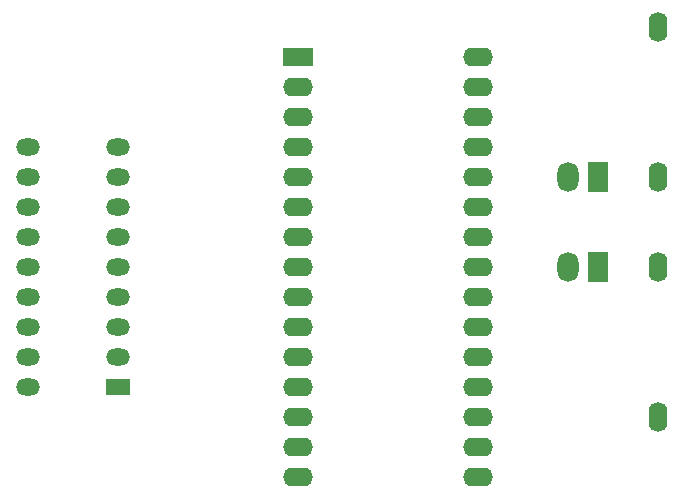
<source format=gbs>
G04 #@! TF.GenerationSoftware,KiCad,Pcbnew,6.0.2+dfsg-1*
G04 #@! TF.CreationDate,2025-06-03T01:46:34+02:00*
G04 #@! TF.ProjectId,ramtest2114,72616d74-6573-4743-9231-31342e6b6963,rev?*
G04 #@! TF.SameCoordinates,Original*
G04 #@! TF.FileFunction,Soldermask,Bot*
G04 #@! TF.FilePolarity,Negative*
%FSLAX46Y46*%
G04 Gerber Fmt 4.6, Leading zero omitted, Abs format (unit mm)*
G04 Created by KiCad (PCBNEW 6.0.2+dfsg-1) date 2025-06-03 01:46:34*
%MOMM*%
%LPD*%
G01*
G04 APERTURE LIST*
%ADD10R,2.000000X1.440000*%
%ADD11O,2.000000X1.440000*%
%ADD12O,1.600000X2.540000*%
%ADD13R,1.800000X2.540000*%
%ADD14O,1.800000X2.540000*%
%ADD15R,2.540000X1.600000*%
%ADD16O,2.540000X1.600000*%
G04 APERTURE END LIST*
D10*
X50800000Y-86360000D03*
D11*
X50800000Y-83820000D03*
X50800000Y-81280000D03*
X50800000Y-78740000D03*
X50800000Y-76200000D03*
X50800000Y-73660000D03*
X50800000Y-71120000D03*
X50800000Y-68580000D03*
X50800000Y-66040000D03*
X43180000Y-66040000D03*
X43180000Y-68580000D03*
X43180000Y-71120000D03*
X43180000Y-73660000D03*
X43180000Y-76200000D03*
X43180000Y-78740000D03*
X43180000Y-81280000D03*
X43180000Y-83820000D03*
X43180000Y-86360000D03*
D12*
X96520000Y-76200000D03*
X96520000Y-88900000D03*
D13*
X91440000Y-76200000D03*
D14*
X88900000Y-76200000D03*
D12*
X96520000Y-68580000D03*
X96520000Y-55880000D03*
D15*
X66040000Y-58420000D03*
D16*
X66040000Y-60960000D03*
X66040000Y-63500000D03*
X66040000Y-66040000D03*
X66040000Y-68580000D03*
X66040000Y-71120000D03*
X66040000Y-73660000D03*
X66040000Y-76200000D03*
X66040000Y-78740000D03*
X66040000Y-81280000D03*
X66040000Y-83820000D03*
X66040000Y-86360000D03*
X66040000Y-88900000D03*
X66040000Y-91440000D03*
X66040000Y-93980000D03*
X81280000Y-93980000D03*
X81280000Y-91440000D03*
X81280000Y-88900000D03*
X81280000Y-86360000D03*
X81280000Y-83820000D03*
X81280000Y-81280000D03*
X81280000Y-78740000D03*
X81280000Y-76200000D03*
X81280000Y-73660000D03*
X81280000Y-71120000D03*
X81280000Y-68580000D03*
X81280000Y-66040000D03*
X81280000Y-63500000D03*
X81280000Y-60960000D03*
X81280000Y-58420000D03*
D13*
X91440000Y-68580000D03*
D14*
X88900000Y-68580000D03*
M02*

</source>
